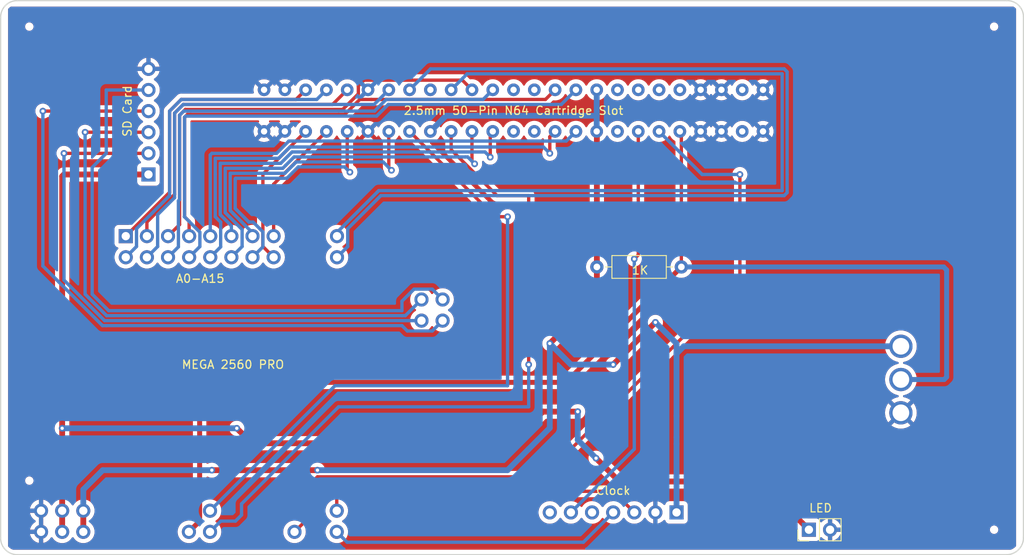
<source format=kicad_pcb>
(kicad_pcb (version 20211014) (generator pcbnew)
  (title_block (title "OPEN SOURCE CARTRIDGE READER") (date "2021-11-15") (rev "V1"))
  (layers (0 "F.Cu" signal) (31 "B.Cu" signal) (34 "B.Paste" user) (35 "F.Paste" user) (36 "B.SilkS" user "B.Silkscreen") (37 "F.SilkS" user "F.Silkscreen") (38 "B.Mask" user) (39 "F.Mask" user) (44 "Edge.Cuts" user))
  (net 0 "")
  (net 1 "D20")
  (net 2 "D21")
  (net 3 "D17")
  (net 4 "D8")
  (net 5 "D9")
  (net 6 "D7")
  (net 7 "GND")
  (net 8 "D36")
  (net 9 "D37")
  (net 10 "A14")
  (net 11 "A15")
  (net 12 "A12")
  (net 13 "A13")
  (net 14 "A10")
  (net 15 "A11")
  (net 16 "A8")
  (net 17 "A9")
  (net 18 "A6")
  (net 19 "A7")
  (net 20 "A4")
  (net 21 "A5")
  (net 22 "A2")
  (net 23 "A3")
  (net 24 "A0")
  (net 25 "A1")
  (net 26 "+3V3")
  (net 27 "+5V")
  (net 28 "D53")
  (net 29 "D52")
  (net 30 "D51")
  (net 31 "D50")
  (net 32 "CLK1")
  (footprint "" (layer "F.Cu") (at 216.57 147.09)
    (fp_text reference "" (at 0 0) (layer "F.SilkS") (effects (font (size 1.27 1.27))))
    (fp_text value "" (at 0 0) (layer "F.SilkS") (effects (font (size 1.27 1.27))))
    (pad "1" thru_hole circle (at 2.9 -0.09) (size 0 0) (drill 3.5) (layers *.Cu *.Mask) (net 7 "GND"))
  )
  (footprint "!sanni:N64 Slot" (layer "F.Cu") (at 131.68 99.1)
    (fp_text reference "J1" hide)
    (fp_text value "N64_Slot")
    (pad "1" thru_hole circle (at 0 0) (size 1.524 1.524) (drill 0.762) (layers *.Cu *.Mask) (net 7 "GND"))
    (pad "2" thru_hole circle (at 2.5 0) (size 1.524 1.524) (drill 0.762) (layers *.Cu *.Mask) (net 7 "GND"))
    (pad "3" thru_hole circle (at 5 0) (size 1.524 1.524) (drill 0.762) (layers *.Cu *.Mask) (net 11 "A15"))
    (pad "4" thru_hole circle (at 7.5 0) (size 1.524 1.524) (drill 0.762) (layers *.Cu *.Mask) (net 10 "A14"))
    (pad "5" thru_hole circle (at 10 0) (size 1.524 1.524) (drill 0.762) (layers *.Cu *.Mask) (net 13 "A13"))
    (pad "6" thru_hole circle (at 12.5 0) (size 1.524 1.524) (drill 0.762) (layers *.Cu *.Mask) (net 7 "GND"))
    (pad "7" thru_hole circle (at 15 0) (size 1.524 1.524) (drill 0.762) (layers *.Cu *.Mask) (net 12 "A12"))
    (pad "8" thru_hole circle (at 17.5 0) (size 1.524 1.524) (drill 0.762) (layers *.Cu *.Mask) (net 4 "D8"))
    (pad "9" thru_hole circle (at 20 0) (size 1.524 1.524) (drill 0.762) (layers *.Cu *.Mask) (net 26 "+3V3"))
    (pad "10" thru_hole circle (at 22.5 0) (size 1.524 1.524) (drill 0.762) (layers *.Cu *.Mask) (net 5 "D9"))
    (pad "11" thru_hole circle (at 25 0) (size 1.524 1.524) (drill 0.762) (layers *.Cu *.Mask) (net 15 "A11"))
    (pad "12" thru_hole circle (at 27.5 0) (size 1.524 1.524) (drill 0.762) (layers *.Cu *.Mask) (net 14 "A10"))
    (pad "13" thru_hole circle (at 30 0) (size 1.524 1.524) (drill 0.762) (layers *.Cu *.Mask))
    (pad "14" thru_hole circle (at 32.5 0) (size 1.524 1.524) (drill 0.762) (layers *.Cu *.Mask))
    (pad "15" thru_hole circle (at 35 0) (size 1.524 1.524) (drill 0.762) (layers *.Cu *.Mask) (net 17 "A9"))
    (pad "16" thru_hole circle (at 37.5 0) (size 1.524 1.524) (drill 0.762) (layers *.Cu *.Mask) (net 16 "A8"))
    (pad "17" thru_hole circle (at 40 0) (size 1.524 1.524) (drill 0.762) (layers *.Cu *.Mask) (net 26 "+3V3"))
    (pad "18" thru_hole circle (at 42.5 0) (size 1.524 1.524) (drill 0.762) (layers *.Cu *.Mask))
    (pad "19" thru_hole circle (at 45 0) (size 1.524 1.524) (drill 0.762) (layers *.Cu *.Mask) (net 32 "CLK1"))
    (pad "20" thru_hole circle (at 47.5 0) (size 1.524 1.524) (drill 0.762) (layers *.Cu *.Mask) (net 3 "D17"))
    (pad "21" thru_hole circle (at 50 0) (size 1.524 1.524) (drill 0.762) (layers *.Cu *.Mask) (net 6 "D7"))
    (pad "22" thru_hole circle (at 52.5 0) (size 1.524 1.524) (drill 0.762) (layers *.Cu *.Mask) (net 7 "GND"))
    (pad "23" thru_hole circle (at 55 0) (size 1.524 1.524) (drill 0.762) (layers *.Cu *.Mask) (net 7 "GND"))
    (pad "24" thru_hole circle (at 57.5 0) (size 1.524 1.524) (drill 0.762) (layers *.Cu *.Mask))
    (pad "25" thru_hole circle (at 60 0) (size 1.524 1.524) (drill 0.762) (layers *.Cu *.Mask) (net 7 "GND"))
    (pad "26" thru_hole circle (at 0 -5) (size 1.524 1.524) (drill 0.762) (layers *.Cu *.Mask) (net 7 "GND"))
    (pad "27" thru_hole circle (at 2.5 -5) (size 1.524 1.524) (drill 0.762) (layers *.Cu *.Mask) (net 7 "GND"))
    (pad "28" thru_hole circle (at 5 -5) (size 1.524 1.524) (drill 0.762) (layers *.Cu *.Mask) (net 24 "A0"))
    (pad "29" thru_hole circle (at 7.5 -5) (size 1.524 1.524) (drill 0.762) (layers *.Cu *.Mask) (net 25 "A1"))
    (pad "30" thru_hole circle (at 10 -5) (size 1.524 1.524) (drill 0.762) (layers *.Cu *.Mask) (net 22 "A2"))
    (pad "31" thru_hole circle (at 12.5 -5) (size 1.524 1.524) (drill 0.762) (layers *.Cu *.Mask) (net 7 "GND"))
    (pad "32" thru_hole circle (at 15 -5) (size 1.524 1.524) (drill 0.762) (layers *.Cu *.Mask) (net 23 "A3"))
    (pad "33" thru_hole circle (at 17.5 -5) (size 1.524 1.524) (drill 0.762) (layers *.Cu *.Mask) (net 9 "D37"))
    (pad "34" thru_hole circle (at 20 -5) (size 1.524 1.524) (drill 0.762) (layers *.Cu *.Mask) (net 26 "+3V3"))
    (pad "35" thru_hole circle (at 22.5 -5) (size 1.524 1.524) (drill 0.762) (layers *.Cu *.Mask) (net 8 "D36"))
    (pad "36" thru_hole circle (at 25 -5) (size 1.524 1.524) (drill 0.762) (layers *.Cu *.Mask) (net 20 "A4"))
    (pad "37" thru_hole circle (at 27.5 -5) (size 1.524 1.524) (drill 0.762) (layers *.Cu *.Mask) (net 21 "A5"))
    (pad "38" thru_hole circle (at 30 -5) (size 1.524 1.524) (drill 0.762) (layers *.Cu *.Mask))
    (pad "39" thru_hole circle (at 32.5 -5) (size 1.524 1.524) (drill 0.762) (layers *.Cu *.Mask))
    (pad "40" thru_hole circle (at 35 -5) (size 1.524 1.524) (drill 0.762) (layers *.Cu *.Mask) (net 18 "A6"))
    (pad "41" thru_hole circle (at 37.5 -5) (size 1.524 1.524) (drill 0.762) (layers *.Cu *.Mask) (net 19 "A7"))
    (pad "42" thru_hole circle (at 40 -5) (size 1.524 1.524) (drill 0.762) (layers *.Cu *.Mask) (net 26 "+3V3"))
    (pad "43" thru_hole circle (at 42.5 -5) (size 1.524 1.524) (drill 0.762) (layers *.Cu *.Mask))
    (pad "44" thru_hole circle (at 45 -5) (size 1.524 1.524) (drill 0.762) (layers *.Cu *.Mask))
    (pad "45" thru_hole circle (at 47.5 -5) (size 1.524 1.524) (drill 0.762) (layers *.Cu *.Mask))
    (pad "46" thru_hole circle (at 50 -5) (size 1.524 1.524) (drill 0.762) (layers *.Cu *.Mask))
    (pad "47" thru_hole circle (at 52.5 -5) (size 1.524 1.524) (drill 0.762) (layers *.Cu *.Mask) (net 7 "GND"))
    (pad "48" thru_hole circle (at 55 -5) (size 1.524 1.524) (drill 0.762) (layers *.Cu *.Mask) (net 7 "GND"))
    (pad "49" thru_hole circle (at 57.5 -5) (size 1.524 1.524) (drill 0.762) (layers *.Cu *.Mask))
    (pad "50" thru_hole circle (at 60 -5) (size 1.524 1.524) (drill 0.762) (layers *.Cu *.Mask) (net 7 "GND"))
  )
  (footprint "" (layer "F.Cu") (at 103.16 86.5)
    (fp_text reference "" (at 0 0) (layer "F.SilkS") (effects (font (size 1.27 1.27))))
    (fp_text value "" (at 0 0) (layer "F.SilkS") (effects (font (size 1.27 1.27))))
    (pad "1" thru_hole circle locked (at 0.29 0) (size 0 0) (drill 3.5) (layers *.Cu *.Mask) (net 7 "GND"))
  )
  (footprint "" (layer "F.Cu") (at 208.5 126.5)
    (fp_text reference "" (at 0 0) (layer "F.SilkS") (effects (font (size 1.27 1.27))))
    (fp_text value "" (at 0 0) (layer "F.SilkS") (effects (font (size 1.27 1.27))))
    (pad "1" thru_hole circle (at -0.24 2.44) (size 2.8 2.8) (drill 2) (layers *.Cu *.Mask) (net 6 "D7"))
  )
  (footprint "Resistor_THT:R_Axial_DIN0207_L6.3mm_D2.5mm_P10.16mm_Horizontal" (layer "F.Cu") (at 171.7 115.4)
    (fp_text reference "R1" hide)
    (fp_text value "1K")
    (fp_line (start 1.81 -1.37) (end 1.81 1.37) (layer "F.SilkS") (width 0.12))
    (fp_line (start 1.81 1.37) (end 8.35 1.37) (layer "F.SilkS") (width 0.12))
    (fp_line (start 1.04 0) (end 1.81 0) (layer "F.SilkS") (width 0.12))
    (fp_line (start 8.35 1.37) (end 8.35 -1.37) (layer "F.SilkS") (width 0.12))
    (fp_line (start 9.12 0) (end 8.35 0) (layer "F.SilkS") (width 0.12))
    (fp_line (start 8.35 -1.37) (end 1.81 -1.37) (layer "F.SilkS") (width 0.12))
    (pad "1" thru_hole circle (at 0 0) (size 1.6 1.6) (drill 0.8) (layers *.Cu *.Mask) (net 26 "+3V3"))
    (pad "2" thru_hole oval (at 10.16 0) (size 1.6 1.6) (drill 0.8) (layers *.Cu *.Mask) (net 6 "D7"))
  )
  (footprint "Connector_PinHeader_2.54mm:PinHeader_1x07_P2.54mm_Vertical" (layer "F.Cu") (at 181.28 144.92 -90)
    (fp_text reference "Clock" (at -2.62 7.62) (layer "F.SilkS"))
    (fp_text value "01x07")
    (pad "0" thru_hole oval (at 0 15.24 270) (size 1.7 1.7) (drill 1) (layers *.Cu *.Mask))
    (pad "1" thru_hole oval (at 0 12.7 270) (size 1.7 1.7) (drill 1) (layers *.Cu *.Mask) (net 32 "CLK1"))
    (pad "2" thru_hole oval (at 0 10.16 270) (size 1.7 1.7) (drill 1) (layers *.Cu *.Mask))
    (pad "GND" thru_hole oval (at 0 2.54 270) (size 1.7 1.7) (drill 1) (layers *.Cu *.Mask) (net 7 "GND"))
    (pad "SCL" thru_hole oval (at 0 7.62 270) (size 1.7 1.7) (drill 1) (layers *.Cu *.Mask) (net 2 "D21"))
    (pad "SDA" thru_hole oval (at 0 5.08 270) (size 1.7 1.7) (drill 1) (layers *.Cu *.Mask) (net 1 "D20"))
    (pad "VIN" thru_hole rect (at 0 0 270) (size 1.7 1.7) (drill 1) (layers *.Cu *.Mask) (net 26 "+3V3"))
  )
  (footprint "" (layer "F.Cu") (at 103.2 141.1)
    (fp_text reference "" (at 0 0) (layer "F.SilkS") (effects (font (size 1.27 1.27))))
    (fp_text value "" (at 0 0) (layer "F.SilkS") (effects (font (size 1.27 1.27))))
    (pad "1" thru_hole circle (at 0.25 0) (size 0 0) (drill 3.5) (layers *.Cu *.Mask) (net 7 "GND"))
  )
  (footprint "Connector_PinHeader_2.54mm:PinHeader_1x06_P2.54mm_Vertical" (layer "F.Cu") (at 117.78 104.28 180)
    (fp_text reference "SD Card" (at 2.54 7.62 90) (layer "F.SilkS"))
    (fp_text value "01x06")
    (pad "1" thru_hole rect (at 0 0 180) (size 1.7 1.7) (drill 1) (layers *.Cu *.Mask) (net 27 "+5V"))
    (pad "2" thru_hole oval (at 0 2.54 180) (size 1.7 1.7) (drill 1) (layers *.Cu *.Mask) (net 28 "D53"))
    (pad "3" thru_hole oval (at 0 5.08 180) (size 1.7 1.7) (drill 1) (layers *.Cu *.Mask) (net 30 "D51"))
    (pad "4" thru_hole oval (at 0 7.62 180) (size 1.7 1.7) (drill 1) (layers *.Cu *.Mask) (net 29 "D52"))
    (pad "5" thru_hole oval (at 0 10.16 180) (size 1.7 1.7) (drill 1) (layers *.Cu *.Mask) (net 31 "D50"))
    (pad "6" thru_hole oval (at 0 12.7 180) (size 1.7 1.7) (drill 1) (layers *.Cu *.Mask) (net 7 "GND"))
  )
  (footprint "" (layer "F.Cu") (at 216.48 86.5)
    (fp_text reference "" (at 0 0) (layer "F.SilkS") (effects (font (size 1.27 1.27))))
    (fp_text value "" (at 0 0) (layer "F.SilkS") (effects (font (size 1.27 1.27))))
    (pad "1" thru_hole circle (at 2.99 0) (size 0 0) (drill 3.5) (layers *.Cu *.Mask) (net 7 "GND"))
  )
  (footprint "" (layer "F.Cu") (at 208.5 130.5)
    (fp_text reference "" (at 0 0) (layer "F.SilkS") (effects (font (size 1.27 1.27))))
    (fp_text value "" (at 0 0) (layer "F.SilkS") (effects (font (size 1.27 1.27))))
    (pad "1" thru_hole circle (at -0.24 2.44) (size 2.8 2.8) (drill 2) (layers *.Cu *.Mask) (net 7 "GND"))
  )
  (footprint "" (layer "F.Cu") (at 208.5 122.5)
    (fp_text reference "" (at 0 0) (layer "F.SilkS") (effects (font (size 1.27 1.27))))
    (fp_text value "" (at 0 0) (layer "F.SilkS") (effects (font (size 1.27 1.27))))
    (pad "1" thru_hole circle (at -0.24 2.44) (size 2.8 2.8) (drill 2) (layers *.Cu *.Mask) (net 26 "+3V3"))
  )
  (footprint "Connector_PinHeader_2.54mm:PinHeader_1x02_P2.54mm_Vertical" (layer "F.Cu") (at 197.2 147 90)
    (fp_text reference "LED" (at 2.6 1.4) (layer "F.SilkS"))
    (fp_text value "1x02")
    (fp_line (start -1.33 0) (end -1.33 -1.33) (layer "F.SilkS") (width 0.12))
    (fp_line (start -1.33 1.27) (end 1.33 1.27) (layer "F.SilkS") (width 0.12))
    (fp_line (start 1.33 1.27) (end 1.33 3.87) (layer "F.SilkS") (width 0.12))
    (fp_line (start -1.33 -1.33) (end 0 -1.33) (layer "F.SilkS") (width 0.12))
    (fp_line (start -1.33 1.27) (end -1.33 3.87) (layer "F.SilkS") (width 0.12))
    (fp_line (start -1.33 3.87) (end 1.33 3.87) (layer "F.SilkS") (width 0.12))
    (pad "GND" thru_hole oval (at 0 2.54 90) (size 1.7 1.7) (drill 1) (layers *.Cu *.Mask) (net 7 "GND"))
    (pad "VIN" thru_hole rect (at 0 0 90) (size 1.7 1.7) (drill 1) (layers *.Cu *.Mask) (net 27 "+5V"))
  )
  (footprint "Connector_PinSocket_2.54mm:PinSocket_2x03_P2.54mm_Vertical" (layer "B.Cu") (at 150.61 116.775 180)
    (fp_text reference "J5")
    (fp_text value "MEGA SIDE")
    (pad "3" thru_hole oval (at 0 -2.54 180) (size 1.7 1.7) (drill 1) (layers *.Cu *.Mask) (net 30 "D51"))
    (pad "4" thru_hole oval (at -2.54 -2.54 180) (size 1.7 1.7) (drill 1) (layers *.Cu *.Mask) (net 31 "D50"))
    (pad "5" thru_hole oval (at 0 -5.08 180) (size 1.7 1.7) (drill 1) (layers *.Cu *.Mask) (net 28 "D53"))
    (pad "6" thru_hole oval (at -2.54 -5.08 180) (size 1.7 1.7) (drill 1) (layers *.Cu *.Mask) (net 29 "D52"))
  )
  (footprint "Connector_PinSocket_2.54mm:PinSocket_2x16_P2.54mm_Vertical" (layer "B.Cu") (at 153.15 111.695 90)
    (fp_text reference "J2")
    (fp_text value "MEGA TOP")
    (pad "11" thru_hole oval (at 0 -12.7 90) (size 1.7 1.7) (drill 1) (layers *.Cu *.Mask) (net 8 "D36"))
    (pad "12" thru_hole oval (at -2.54 -12.7 90) (size 1.7 1.7) (drill 1) (layers *.Cu *.Mask) (net 9 "D37"))
    (pad "17" thru_hole oval (at 0 -20.32 90) (size 1.7 1.7) (drill 1) (layers *.Cu *.Mask) (net 10 "A14"))
    (pad "18" thru_hole oval (at -2.54 -20.32 90) (size 1.7 1.7) (drill 1) (layers *.Cu *.Mask) (net 11 "A15"))
    (pad "19" thru_hole oval (at 0 -22.86 90) (size 1.7 1.7) (drill 1) (layers *.Cu *.Mask) (net 12 "A12"))
    (pad "20" thru_hole oval (at -2.54 -22.86 90) (size 1.7 1.7) (drill 1) (layers *.Cu *.Mask) (net 13 "A13"))
    (pad "21" thru_hole oval (at 0 -25.4 90) (size 1.7 1.7) (drill 1) (layers *.Cu *.Mask) (net 14 "A10"))
    (pad "22" thru_hole oval (at -2.54 -25.4 90) (size 1.7 1.7) (drill 1) (layers *.Cu *.Mask) (net 15 "A11"))
    (pad "23" thru_hole oval (at 0 -27.94 90) (size 1.7 1.7) (drill 1) (layers *.Cu *.Mask) (net 16 "A8"))
    (pad "24" thru_hole oval (at -2.54 -27.94 90) (size 1.7 1.7) (drill 1) (layers *.Cu *.Mask) (net 17 "A9"))
    (pad "25" thru_hole oval (at 0 -30.48 90) (size 1.7 1.7) (drill 1) (layers *.Cu *.Mask) (net 18 "A6"))
    (pad "26" thru_hole oval (at -2.54 -30.48 90) (size 1.7 1.7) (drill 1) (layers *.Cu *.Mask) (net 19 "A7"))
    (pad "27" thru_hole oval (at 0 -33.02 90) (size 1.7 1.7) (drill 1) (layers *.Cu *.Mask) (net 20 "A4"))
    (pad "28" thru_hole oval (at -2.54 -33.02 90) (size 1.7 1.7) (drill 1) (layers *.Cu *.Mask) (net 21 "A5"))
    (pad "29" thru_hole oval (at 0 -35.56 90) (size 1.7 1.7) (drill 1) (layers *.Cu *.Mask) (net 22 "A2"))
    (pad "30" thru_hole oval (at -2.54 -35.56 90) (size 1.7 1.7) (drill 1) (layers *.Cu *.Mask) (net 23 "A3"))
    (pad "31" thru_hole rect (at 0 -38.1 90) (size 1.7 1.7) (drill 1) (layers *.Cu *.Mask) (net 24 "A0"))
    (pad "32" thru_hole oval (at -2.54 -38.1 90) (size 1.7 1.7) (drill 1) (layers *.Cu *.Mask) (net 25 "A1"))
  )
  (footprint "Connector_PinSocket_2.54mm:PinSocket_2x21_P2.54mm_Vertical" (layer "B.Cu") (at 153.12125 144.715 90)
    (fp_text reference "J1")
    (fp_text value "MEGA BOTTOM")
    (pad "11" thru_hole oval (at 0 -12.7 90) (size 1.7 1.7) (drill 1) (layers *.Cu *.Mask) (net 1 "D20"))
    (pad "12" thru_hole oval (at -2.54 -12.7 90) (size 1.7 1.7) (drill 1) (layers *.Cu *.Mask) (net 2 "D21"))
    (pad "16" thru_hole oval (at -2.54 -17.78 90) (size 1.7 1.7) (drill 1) (layers *.Cu *.Mask) (net 3 "D17"))
    (pad "23" thru_hole oval (at 0 -27.94 90) (size 1.7 1.7) (drill 1) (layers *.Cu *.Mask) (net 4 "D8"))
    (pad "24" thru_hole oval (at -2.54 -27.94 90) (size 1.7 1.7) (drill 1) (layers *.Cu *.Mask) (net 5 "D9"))
    (pad "26" thru_hole oval (at -2.54 -30.48 90) (size 1.7 1.7) (drill 1) (layers *.Cu *.Mask) (net 6 "D7"))
    (pad "35" thru_hole oval (at 0 -43.18 90) (size 1.7 1.7) (drill 1) (layers *.Cu *.Mask) (net 26 "+3V3"))
    (pad "36" thru_hole oval (at -2.54 -43.18 90) (size 1.7 1.7) (drill 1) (layers *.Cu *.Mask) (net 26 "+3V3"))
    (pad "37" thru_hole oval (at 0 -45.72 90) (size 1.7 1.7) (drill 1) (layers *.Cu *.Mask) (net 27 "+5V"))
    (pad "38" thru_hole oval (at -2.54 -45.72 90) (size 1.7 1.7) (drill 1) (layers *.Cu *.Mask) (net 27 "+5V"))
    (pad "39" thru_hole oval (at 0 -48.26 90) (size 1.7 1.7) (drill 1) (layers *.Cu *.Mask) (net 7 "GND"))
    (pad "40" thru_hole oval (at -2.54 -48.26 90) (size 1.7 1.7) (drill 1) (layers *.Cu *.Mask) (net 7 "GND"))
  )
  (gr_arc (start 102 150) (mid 100.585786 149.414214) (end 100 148) (layer "Edge.Cuts") (width 0.15))
  (gr_line (start 223 147.912893) (end 223 85.287107) (layer "Edge.Cuts") (width 0.15))
  (gr_line (start 102 83.374214) (end 221 83.374214) (layer "Edge.Cuts") (width 0.15))
  (gr_arc (start 223 147.912893) (mid 222.432254 149.37066) (end 221 150) (layer "Edge.Cuts") (width 0.15))
  (gr_arc (start 221 83.374214) (mid 222.396173 83.916447) (end 223 85.287107) (layer "Edge.Cuts") (width 0.15))
  (gr_arc (start 100 85.374214) (mid 100.585786 83.96) (end 102 83.374214) (layer "Edge.Cuts") (width 0.15))
  (gr_line (start 102 150) (end 221 150) (layer "Edge.Cuts") (width 0.15))
  (gr_line (start 100 148) (end 100 85.374214) (layer "Edge.Cuts") (width 0.15))
  (gr_text "MEGA 2560 PRO" (at 127.94 127.14) (layer "F.SilkS") (effects (font (size 1 1))))
  (gr_text "1K" (at 176.9 115.8) (layer "F.SilkS") (effects (font (size 1 1))))
  (gr_text "A0-A15" (at 124 116.8) (layer "F.SilkS") (effects (font (size 1 1))))
  (gr_text "2.5mm 50-Pin N64 Cartridge Slot" (at 161.68 96.6) (layer "F.SilkS") (effects (font (size 1 1))))
  (segment (start 173.66 142.38) (end 176.2 144.92) (width 0.4) (layer "F.Cu") (net 1))
  (segment (start 140.42125 142.59875) (end 140.64 142.38) (width 0.4) (layer "F.Cu") (net 1))
  (segment (start 140.64 142.38) (end 173.66 142.38) (width 0.4) (layer "F.Cu") (net 1))
  (segment (start 140.42125 144.715) (end 140.42125 142.59875) (width 0.4) (layer "F.Cu") (net 1))
  (segment (start 140.42125 147.255) (end 141.670761 148.504511) (width 0.4) (layer "B.Cu") (net 2))
  (segment (start 170.075489 148.504511) (end 173.66 144.92) (width 0.4) (layer "B.Cu") (net 2))
  (segment (start 141.670761 148.504511) (end 170.075489 148.504511) (width 0.4) (layer "B.Cu") (net 2))
  (segment (start 165.240489 140.639511) (end 188.9 116.98) (width 0.4) (layer "F.Cu") (net 3))
  (segment (start 135.34125 147.255) (end 136.631739 145.964511) (width 0.4) (layer "F.Cu") (net 3))
  (segment (start 188.9 104.28) (end 188.9 116.98) (width 0.4) (layer "F.Cu") (net 3))
  (segment (start 136.631739 145.964511) (end 136.631739 142.107772) (width 0.4) (layer "F.Cu") (net 3))
  (segment (start 138.1 140.639511) (end 165.240489 140.639511) (width 0.4) (layer "F.Cu") (net 3))
  (segment (start 136.631739 142.107772) (end 138.1 140.639511) (width 0.4) (layer "F.Cu") (net 3))
  (via (at 188.9 104.28) (size 0.8) (drill 0.4) (layers "F.Cu" "B.Cu") (net 3))
  (segment (start 184.36 104.28) (end 188.9 104.28) (width 0.4) (layer "B.Cu") (net 3))
  (segment (start 179.18 99.1) (end 184.36 104.28) (width 0.4) (layer "B.Cu") (net 3))
  (segment (start 159.44 109.36) (end 160.96 109.36) (width 0.4) (layer "F.Cu") (net 4))
  (segment (start 149.18 99.1) (end 159.44 109.36) (width 0.4) (layer "F.Cu") (net 4))
  (via (at 160.96 109.36) (size 0.8) (drill 0.4) (layers "F.Cu" "B.Cu") (net 4))
  (segment (start 140.21625 129.68) (end 125.18125 144.715) (width 0.4) (layer "B.Cu") (net 4))
  (segment (start 160.96 129.68) (end 140.21625 129.68) (width 0.4) (layer "B.Cu") (net 4))
  (segment (start 160.96 109.36) (end 160.96 129.68) (width 0.4) (layer "B.Cu") (net 4))
  (segment (start 159.68932 106.82) (end 163.5 106.82) (width 0.4) (layer "F.Cu") (net 5))
  (segment (start 163.5 106.82) (end 163.5 127.14) (width 0.4) (layer "F.Cu") (net 5))
  (segment (start 154.18 99.1) (end 154.18 101.31068) (width 0.4) (layer "F.Cu") (net 5))
  (segment (start 154.18 101.31068) (end 159.68932 106.82) (width 0.4) (layer "F.Cu") (net 5))
  (via (at 163.5 127.14) (size 0.8) (drill 0.4) (layers "F.Cu" "B.Cu") (net 5))
  (segment (start 140.64 132.22) (end 128.970761 143.889239) (width 0.4) (layer "B.Cu") (net 5))
  (segment (start 126.471739 145.964511) (end 125.18125 147.255) (width 0.4) (layer "B.Cu") (net 5))
  (segment (start 128.970761 145.232565) (end 128.238815 145.964511) (width 0.4) (layer "B.Cu") (net 5))
  (segment (start 128.238815 145.964511) (end 126.471739 145.964511) (width 0.4) (layer "B.Cu") (net 5))
  (segment (start 163.5 132.22) (end 140.64 132.22) (width 0.4) (layer "B.Cu") (net 5))
  (segment (start 128.970761 143.889239) (end 128.970761 145.232565) (width 0.4) (layer "B.Cu") (net 5))
  (segment (start 163.5 127.14) (end 163.5 132.22) (width 0.4) (layer "B.Cu") (net 5))
  (segment (start 123.931739 145.964511) (end 123.931739 131.148261) (width 0.6) (layer "F.Cu") (net 6))
  (segment (start 181.86 115.4) (end 181.86 99.28) (width 0.4) (layer "F.Cu") (net 6))
  (segment (start 125.8 129.28) (end 167.98 129.28) (width 0.6) (layer "F.Cu") (net 6))
  (segment (start 123.931739 131.148261) (end 125.8 129.28) (width 0.6) (layer "F.Cu") (net 6))
  (segment (start 181.68 115.22) (end 181.86 115.4) (width 0.4) (layer "F.Cu") (net 6))
  (segment (start 167.98 129.28) (end 181.86 115.4) (width 0.6) (layer "F.Cu") (net 6))
  (segment (start 122.64125 147.255) (end 123.931739 145.964511) (width 0.6) (layer "F.Cu") (net 6))
  (segment (start 181.86 99.28) (end 181.68 99.1) (width 0.4) (layer "F.Cu") (net 6))
  (segment (start 213.76 128.64) (end 213.76 115.76) (width 0.6) (layer "B.Cu") (net 6))
  (segment (start 213.76 115.76) (end 213.4 115.4) (width 0.6) (layer "B.Cu") (net 6))
  (segment (start 213.76 128.64) (end 213.46 128.94) (width 0.6) (layer "B.Cu") (net 6))
  (segment (start 213.46 128.94) (end 208.26 128.94) (width 0.6) (layer "B.Cu") (net 6))
  (segment (start 213.4 115.4) (end 181.86 115.4) (width 0.6) (layer "B.Cu") (net 6))
  (segment (start 193.98 106.22048) (end 145.471671 106.22048) (width 0.4) (layer "B.Cu") (net 8))
  (segment (start 145.296075 106.396075) (end 140.45 111.242151) (width 0.4) (layer "B.Cu") (net 8))
  (segment (start 145.471671 106.22048) (end 145.296075 106.396075) (width 0.4) (layer "B.Cu") (net 8))
  (segment (start 154.18 94.1) (end 156.10048 92.17952) (width 0.4) (layer "B.Cu") (net 8))
  (segment (start 193.98 92.17952) (end 193.98 106.22048) (width 0.4) (layer "B.Cu") (net 8))
  (segment (start 140.45 111.242151) (end 140.45 111.695) (width 0.4) (layer "B.Cu") (net 8))
  (segment (start 156.10048 92.17952) (end 193.98 92.17952) (width 0.4) (layer "B.Cu") (net 8))
  (segment (start 194.228329 91.58) (end 194.57952 91.931191) (width 0.4) (layer "B.Cu") (net 9))
  (segment (start 151.7 91.58) (end 149.18 94.1) (width 0.4) (layer "B.Cu") (net 9))
  (segment (start 194.57952 91.931191) (end 194.57952 104.28) (width 0.4) (layer "B.Cu") (net 9))
  (segment (start 193.98 106.82) (end 194.228329 106.82) (width 0.4) (layer "B.Cu") (net 9))
  (segment (start 141.740489 110.799511) (end 145.72 106.82) (width 0.4) (layer "B.Cu") (net 9))
  (segment (start 194.228329 106.82) (end 194.57952 106.468809) (width 0.4) (layer "B.Cu") (net 9))
  (segment (start 194.57952 106.468809) (end 194.57952 104.28) (width 0.4) (layer "B.Cu") (net 9))
  (segment (start 141.740489 112.944511) (end 141.740489 110.799511) (width 0.4) (layer "B.Cu") (net 9))
  (segment (start 145.72 106.82) (end 193.98 106.82) (width 0.4) (layer "B.Cu") (net 9))
  (segment (start 140.45 114.235) (end 141.740489 112.944511) (width 0.4) (layer "B.Cu") (net 9))
  (segment (start 151.7 91.58) (end 194.228329 91.58) (width 0.4) (layer "B.Cu") (net 9))
  (segment (start 132.83 111.695) (end 132.83 105.45) (width 0.4) (layer "F.Cu") (net 10))
  (segment (start 132.83 105.45) (end 139.18 99.1) (width 0.4) (layer "F.Cu") (net 10))
  (segment (start 131.539511 104.240489) (end 136.68 99.1) (width 0.4) (layer "F.Cu") (net 11))
  (segment (start 132.83 114.235) (end 131.539511 112.944511) (width 0.4) (layer "F.Cu") (net 11))
  (segment (start 131.539511 112.944511) (end 131.539511 104.240489) (width 0.4) (layer "F.Cu") (net 11))
  (segment (start 147 103.773798) (end 146.68 103.453798) (width 0.4) (layer "F.Cu") (net 12))
  (segment (start 146.68 103.453798) (end 146.68 99.1) (width 0.4) (layer "F.Cu") (net 12))
  (via (at 147 103.773798) (size 0.8) (drill 0.4) (layers "F.Cu" "B.Cu") (net 12))
  (segment (start 135.157012 103.157012) (end 135.540226 102.773798) (width 0.4) (layer "B.Cu") (net 12))
  (segment (start 134 104.13808) (end 134.175945 104.138079) (width 0.4) (layer "B.Cu") (net 12))
  (segment (start 127.60808 104.13808) (end 134 104.13808) (width 0.4) (layer "B.Cu") (net 12))
  (segment (start 130.29 111.695) (end 130.29 111.29) (width 0.4) (layer "B.Cu") (net 12))
  (segment (start 135.540226 102.773798) (end 146 102.773798) (width 0.4) (layer "B.Cu") (net 12))
  (segment (start 128 109) (end 127.60808 108.60808) (width 0.4) (layer "B.Cu") (net 12))
  (segment (start 146 102.773798) (end 147 103.773798) (width 0.4) (layer "B.Cu") (net 12))
  (segment (start 127.60808 108.60808) (end 127.60808 104.13808) (width 0.4) (layer "B.Cu") (net 12))
  (segment (start 134.175945 104.138079) (end 135.157012 103.157012) (width 0.4) (layer "B.Cu") (net 12))
  (segment (start 130.29 111.29) (end 128 109) (width 0.4) (layer "B.Cu") (net 12))
  (segment (start 141.68 103.68) (end 141.68 99.1) (width 0.4) (layer "F.Cu") (net 13))
  (segment (start 142 104) (end 141.68 103.68) (width 0.4) (layer "F.Cu") (net 13))
  (via (at 142 104) (size 0.8) (drill 0.4) (layers "F.Cu" "B.Cu") (net 13))
  (segment (start 131.181038 110.818962) (end 130.362076 110) (width 0.4) (layer "B.Cu") (net 13))
  (segment (start 134.424274 104.7376) (end 135.080937 104.080937) (width 0.4) (layer "B.Cu") (net 13))
  (segment (start 141 103.373318) (end 141.373318 103.373318) (width 0.4) (layer "B.Cu") (net 13))
  (segment (start 128.2076 108.35975) (end 128.2076 105) (width 0.4) (layer "B.Cu") (net 13))
  (segment (start 129.84785 110) (end 128.423925 108.576075) (width 0.4) (layer "B.Cu") (net 13))
  (segment (start 128.2624 104.7376) (end 129 104.7376) (width 0.4) (layer "B.Cu") (net 13))
  (segment (start 131.539511 112.985489) (end 131.539511 111.177435) (width 0.4) (layer "B.Cu") (net 13))
  (segment (start 130 110) (end 129.84785 110) (width 0.4) (layer "B.Cu") (net 13))
  (segment (start 128.2076 105) (end 128.2076 104.7924) (width 0.4) (layer "B.Cu") (net 13))
  (segment (start 135.080937 104.080937) (end 135.788556 103.373318) (width 0.4) (layer "B.Cu") (net 13))
  (segment (start 128.423925 108.576075) (end 128.2076 108.35975) (width 0.4) (layer "B.Cu") (net 13))
  (segment (start 131.539511 111.177435) (end 131.181038 110.818962) (width 0.4) (layer "B.Cu") (net 13))
  (segment (start 141.373318 103.373318) (end 142 104) (width 0.4) (layer "B.Cu") (net 13))
  (segment (start 130.29 114.235) (end 131.539511 112.985489) (width 0.4) (layer "B.Cu") (net 13))
  (segment (start 128.2076 104.7924) (end 128.2624 104.7376) (width 0.4) (layer "B.Cu") (net 13))
  (segment (start 135.788556 103.373318) (end 141 103.373318) (width 0.4) (layer "B.Cu") (net 13))
  (segment (start 130.362076 110) (end 130 110) (width 0.4) (layer "B.Cu") (net 13))
  (segment (start 129 104.7376) (end 134.424274 104.7376) (width 0.4) (layer "B.Cu") (net 13))
  (segment (start 158.88 99.4) (end 159.18 99.1) (width 0.4) (layer "F.Cu") (net 14))
  (segment (start 158.88 102.2) (end 158.88 99.4) (width 0.4) (layer "F.Cu") (net 14))
  (via (at 158.88 102.2) (size 0.8) (drill 0.4) (layers "F.Cu" "B.Cu") (net 14))
  (segment (start 133.679285 102.93904) (end 135.043568 101.574758) (width 0.4) (layer "B.Cu") (net 14))
  (segment (start 127.75 111.695) (end 127.75 110.45263) (width 0.4) (layer "B.Cu") (net 14))
  (segment (start 127.75 110.45263) (end 126.40904 109.111671) (width 0.4) (layer "B.Cu") (net 14))
  (segment (start 135.043568 101.574758) (end 158.254758 101.574758) (width 0.4) (layer "B.Cu") (net 14))
  (segment (start 158.42 101.74) (end 158.88 102.2) (width 0.4) (layer "B.Cu") (net 14))
  (segment (start 126.40904 109.111671) (end 126.40904 102.93904) (width 0.4) (layer "B.Cu") (net 14))
  (segment (start 158.254758 101.574758) (end 158.42 101.74) (width 0.4) (layer "B.Cu") (net 14))
  (segment (start 133.02 102.93904) (end 133.679285 102.93904) (width 0.4) (layer "B.Cu") (net 14))
  (segment (start 126.40904 102.93904) (end 133.02 102.93904) (width 0.4) (layer "B.Cu") (net 14))
  (segment (start 157 103) (end 156.68 102.68) (width 0.4) (layer "F.Cu") (net 15))
  (segment (start 156.68 102.68) (end 156.68 99.1) (width 0.4) (layer "F.Cu") (net 15))
  (via (at 157 103) (size 0.8) (drill 0.4) (layers "F.Cu" "B.Cu") (net 15))
  (segment (start 127.00856 108.863342) (end 127.00856 103.53856) (width 0.4) (layer "B.Cu") (net 15))
  (segment (start 155.88 102.174278) (end 156.174278 102.174278) (width 0.4) (layer "B.Cu") (net 15))
  (segment (start 134.278805 103.187369) (end 135.291896 102.174278) (width 0.4) (layer "B.Cu") (net 15))
  (segment (start 129.040489 112.944511) (end 129.040489 110.89527) (width 0.4) (layer "B.Cu") (net 15))
  (segment (start 127.00856 103.53856) (end 133.927615 103.53856) (width 0.4) (layer "B.Cu") (net 15))
  (segment (start 133.927615 103.53856) (end 134.278805 103.187369) (width 0.4) (layer "B.Cu") (net 15))
  (segment (start 129.040489 110.89527) (end 127.00856 108.863342) (width 0.4) (layer "B.Cu") (net 15))
  (segment (start 156.174278 102.174278) (end 157 103) (width 0.4) (layer "B.Cu") (net 15))
  (segment (start 127.75 114.235) (end 129.040489 112.944511) (width 0.4) (layer "B.Cu") (net 15))
  (segment (start 135.291896 102.174278) (end 155.88 102.174278) (width 0.4) (layer "B.Cu") (net 15))
  (segment (start 168.018489 100.261511) (end 169.18 99.1) (width 0.4) (layer "B.Cu") (net 16))
  (segment (start 125.21 101.93) (end 125.4 101.74) (width 0.4) (layer "B.Cu") (net 16))
  (segment (start 125.4 101.74) (end 133.182626 101.74) (width 0.4) (layer "B.Cu") (net 16))
  (segment (start 125.21 111.695) (end 125.21 101.93) (width 0.4) (layer "B.Cu") (net 16))
  (segment (start 134.661115 100.261511) (end 168.018489 100.261511) (width 0.4) (layer "B.Cu") (net 16))
  (segment (start 133.182626 101.74) (end 134.661115 100.261511) (width 0.4) (layer "B.Cu") (net 16))
  (segment (start 166.04 101.74) (end 166.04 99.74) (width 0.4) (layer "F.Cu") (net 17))
  (segment (start 166.04 99.74) (end 166.68 99.1) (width 0.4) (layer "F.Cu") (net 17))
  (via (at 166.04 101.74) (size 0.8) (drill 0.4) (layers "F.Cu" "B.Cu") (net 17))
  (segment (start 133.430956 102.33952) (end 134.795238 100.975238) (width 0.4) (layer "B.Cu") (net 17))
  (segment (start 165.275238 100.975238) (end 166.04 101.74) (width 0.4) (layer "B.Cu") (net 17))
  (segment (start 133.02 102.33952) (end 133.430956 102.33952) (width 0.4) (layer "B.Cu") (net 17))
  (segment (start 126.459511 112.985489) (end 126.459511 110.009991) (width 0.4) (layer "B.Cu") (net 17))
  (segment (start 125.21 114.235) (end 126.459511 112.985489) (width 0.4) (layer "B.Cu") (net 17))
  (segment (start 125.80952 104.28) (end 125.80952 102.33952) (width 0.4) (layer "B.Cu") (net 17))
  (segment (start 134.795238 100.975238) (end 165.275238 100.975238) (width 0.4) (layer "B.Cu") (net 17))
  (segment (start 125.80952 102.33952) (end 127.94 102.33952) (width 0.4) (layer "B.Cu") (net 17))
  (segment (start 126.459511 110.009991) (end 125.80952 109.36) (width 0.4) (layer "B.Cu") (net 17))
  (segment (start 127.94 102.33952) (end 133.02 102.33952) (width 0.4) (layer "B.Cu") (net 17))
  (segment (start 125.80952 109.36) (end 125.80952 104.28) (width 0.4) (layer "B.Cu") (net 17))
  (segment (start 122.11856 97.40499) (end 122.463479 97.060071) (width 0.4) (layer "F.Cu") (net 18))
  (segment (start 122.67 111.695) (end 122.67 109.91144) (width 0.4) (layer "F.Cu") (net 18))
  (segment (start 141.387383 97.060071) (end 141.738573 96.70888) (width 0.4) (layer "F.Cu") (net 18))
  (segment (start 165.518489 95.261511) (end 153.698885 95.261511) (width 0.4) (layer "F.Cu") (net 18))
  (segment (start 122.11856 109.36) (end 122.11856 97.40499) (width 0.4) (layer "F.Cu") (net 18))
  (segment (start 122.463479 97.060071) (end 122.86 97.060071) (width 0.4) (layer "F.Cu") (net 18))
  (segment (start 153.698885 95.261511) (end 144.578489 95.261511) (width 0.4) (layer "F.Cu") (net 18))
  (segment (start 122.86 97.060071) (end 140.64 97.060071) (width 0.4) (layer "F.Cu") (net 18))
  (segment (start 166.68 94.1) (end 165.518489 95.261511) (width 0.4) (layer "F.Cu") (net 18))
  (segment (start 140.64 97.060071) (end 141.387383 97.060071) (width 0.4) (layer "F.Cu") (net 18))
  (segment (start 122.67 109.91144) (end 122.11856 109.36) (width 0.4) (layer "F.Cu") (net 18))
  (segment (start 143.185942 95.261511) (end 144.578489 95.261511) (width 0.4) (layer "F.Cu") (net 18))
  (segment (start 141.738573 96.70888) (end 143.185942 95.261511) (width 0.4) (layer "F.Cu") (net 18))
  (segment (start 122.11856 97.40499) (end 122.26403 97.25952) (width 0.4) (layer "B.Cu") (net 19))
  (segment (start 122.102076 109.36) (end 122.11856 109.343516) (width 0.4) (layer "B.Cu") (net 19))
  (segment (start 123.960489 112.944511) (end 123.960489 111.218413) (width 0.4) (layer "B.Cu") (net 19))
  (segment (start 123.960489 111.218413) (end 122.102076 109.36) (width 0.4) (layer "B.Cu") (net 19))
  (segment (start 146.614668 95.861031) (end 167.418969 95.861031) (width 0.4) (layer "B.Cu") (net 19))
  (segment (start 122.26403 97.25952) (end 145.216179 97.25952) (width 0.4) (layer "B.Cu") (net 19))
  (segment (start 145.216179 97.25952) (end 146.614668 95.861031) (width 0.4) (layer "B.Cu") (net 19))
  (segment (start 122.11856 109.343516) (end 122.11856 97.40499) (width 0.4) (layer "B.Cu") (net 19))
  (segment (start 167.418969 95.861031) (end 169.18 94.1) (width 0.4) (layer "B.Cu") (net 19))
  (segment (start 122.67 114.235) (end 123.960489 112.944511) (width 0.4) (layer "B.Cu") (net 19))
  (segment (start 141.139053 96.460551) (end 143.018489 94.581115) (width 0.4) (layer "F.Cu") (net 20))
  (segment (start 143.018489 94.581115) (end 143.018489 93.618885) (width 0.4) (layer "F.Cu") (net 20))
  (segment (start 121.51904 97.15666) (end 122.215149 96.460551) (width 0.4) (layer "F.Cu") (net 20))
  (segment (start 155.518489 92.938489) (end 156.68 94.1) (width 0.4) (layer "F.Cu") (net 20))
  (segment (start 121.51904 110.30596) (end 121.51904 97.15666) (width 0.4) (layer "F.Cu") (net 20))
  (segment (start 122.215149 96.460551) (end 141.139053 96.460551) (width 0.4) (layer "F.Cu") (net 20))
  (segment (start 143.018489 93.618885) (end 143.698885 92.938489) (width 0.4) (layer "F.Cu") (net 20))
  (segment (start 120.13 111.695) (end 121.51904 110.30596) (width 0.4) (layer "F.Cu") (net 20))
  (segment (start 143.698885 92.938489) (end 155.518489 92.938489) (width 0.4) (layer "F.Cu") (net 20))
  (segment (start 144.967849 96.66) (end 146.366338 95.261511) (width 0.4) (layer "B.Cu") (net 21))
  (segment (start 120.13 114.235) (end 121.379511 112.985489) (width 0.4) (layer "B.Cu") (net 21))
  (segment (start 146.366338 95.261511) (end 158.018489 95.261511) (width 0.4) (layer "B.Cu") (net 21))
  (segment (start 121.51904 107.316658) (end 121.51904 97.15666) (width 0.4) (layer "B.Cu") (net 21))
  (segment (start 121.379511 107.456188) (end 121.51904 107.316658) (width 0.4) (layer "B.Cu") (net 21))
  (segment (start 122.0157 96.66) (end 144.967849 96.66) (width 0.4) (layer "B.Cu") (net 21))
  (segment (start 158.018489 95.261511) (end 159.18 94.1) (width 0.4) (layer "B.Cu") (net 21))
  (segment (start 121.379511 112.985489) (end 121.379511 107.456188) (width 0.4) (layer "B.Cu") (net 21))
  (segment (start 121.51904 97.15666) (end 122.0157 96.66) (width 0.4) (layer "B.Cu") (net 21))
  (segment (start 117.59 110.00285) (end 120.91952 106.67333) (width 0.4) (layer "F.Cu") (net 22))
  (segment (start 117.59 111.695) (end 117.59 110.00285) (width 0.4) (layer "F.Cu") (net 22))
  (segment (start 120.91952 96.90833) (end 121.966819 95.861031) (width 0.4) (layer "F.Cu") (net 22))
  (segment (start 121.966819 95.861031) (end 139.918969 95.861031) (width 0.4) (layer "F.Cu") (net 22))
  (segment (start 139.918969 95.861031) (end 141.68 94.1) (width 0.4) (layer "F.Cu") (net 22))
  (segment (start 120.91952 106.67333) (end 120.91952 96.90833) (width 0.4) (layer "F.Cu") (net 22))
  (segment (start 121.966819 95.861031) (end 144.918969 95.861031) (width 0.4) (layer "B.Cu") (net 23))
  (segment (start 144.918969 95.861031) (end 146.68 94.1) (width 0.4) (layer "B.Cu") (net 23))
  (segment (start 120.91952 107.068329) (end 120.91952 96.90833) (width 0.4) (layer "B.Cu") (net 23))
  (segment (start 118.880489 109.107361) (end 120.91952 107.068329) (width 0.4) (layer "B.Cu") (net 23))
  (segment (start 118.880489 112.944511) (end 118.880489 109.107361) (width 0.4) (layer "B.Cu") (net 23))
  (segment (start 120.91952 96.90833) (end 121.966819 95.861031) (width 0.4) (layer "B.Cu") (net 23))
  (segment (start 117.59 114.235) (end 118.880489 112.944511) (width 0.4) (layer "B.Cu") (net 23))
  (segment (start 120.32 96.66) (end 120.32 106.425) (width 0.4) (layer "F.Cu") (net 24))
  (segment (start 135.518489 95.261511) (end 121.718489 95.261511) (width 0.4) (layer "F.Cu") (net 24))
  (segment (start 120.32 106.425) (end 115.05 111.695) (width 0.4) (layer "F.Cu") (net 24))
  (segment (start 121.718489 95.261511) (end 120.32 96.66) (width 0.4) (layer "F.Cu") (net 24))
  (segment (start 136.68 94.1) (end 135.518489 95.261511) (width 0.4) (layer "F.Cu") (net 24))
  (segment (start 116.340489 110.799511) (end 116.340489 112.944511) (width 0.4) (layer "B.Cu") (net 25))
  (segment (start 139.18 94.1) (end 138.018489 95.261511) (width 0.4) (layer "B.Cu") (net 25))
  (segment (start 120.32 96.66) (end 120.32 106.82) (width 0.4) (layer "B.Cu") (net 25))
  (segment (start 138.018489 95.261511) (end 121.718489 95.261511) (width 0.4) (layer "B.Cu") (net 25))
  (segment (start 116.340489 112.944511) (end 115.05 114.235) (width 0.4) (layer "B.Cu") (net 25))
  (segment (start 120.32 106.82) (end 116.340489 110.799511) (width 0.4) (layer "B.Cu") (net 25))
  (segment (start 121.718489 95.261511) (end 120.32 96.66) (width 0.4) (layer "B.Cu") (net 25))
  (segment (start 171.7 118.94) (end 171.7 115.4) (width 0.7) (layer "F.Cu") (net 26))
  (segment (start 171.72 99.14) (end 171.68 99.1) (width 0.7) (layer "F.Cu") (net 26))
  (segment (start 138.1 139.84) (end 125.4 139.84) (width 0.7) (layer "F.Cu") (net 26))
  (segment (start 166.04 124.6) (end 171.7 118.94) (width 0.7) (layer "F.Cu") (net 26))
  (segment (start 109.94125 144.715) (end 109.94125 147.255) (width 0.7) (layer "F.Cu") (net 26))
  (segment (start 178.74 122.06) (end 173.66 127.14) (width 0.7) (layer "F.Cu") (net 26))
  (segment (start 171.7 99.12) (end 171.68 99.1) (width 0.7) (layer "F.Cu") (net 26))
  (segment (start 171.7 115.4) (end 171.7 99.12) (width 0.7) (layer "F.Cu") (net 26))
  (via (at 138.1 139.84) (size 0.8) (drill 0.4) (layers "F.Cu" "B.Cu") (net 26))
  (via (at 125.4 139.84) (size 0.8) (drill 0.4) (layers "F.Cu" "B.Cu") (net 26))
  (via (at 173.66 127.14) (size 0.8) (drill 0.4) (layers "F.Cu" "B.Cu") (net 26))
  (via (at 178.74 122.06) (size 0.8) (drill 0.4) (layers "F.Cu" "B.Cu") (net 26))
  (via (at 166.04 124.6) (size 0.8) (drill 0.4) (layers "F.Cu" "B.Cu") (net 26))
  (segment (start 181.28 135.88) (end 181.28 136.68) (width 0.7) (layer "B.Cu") (net 26))
  (segment (start 178.74 122.06) (end 181.28 124.6) (width 0.7) (layer "B.Cu") (net 26))
  (segment (start 181.28 133.32) (end 181.28 135.88) (width 0.7) (layer "B.Cu") (net 26))
  (segment (start 163.5 137.3) (end 160.96 139.84) (width 0.7) (layer "B.Cu") (net 26))
  (segment (start 171.68 97.22) (end 171.68 99.1) (width 0.7) (layer "B.Cu") (net 26))
  (segment (start 171.68 94.1) (end 171.68 97.22) (width 0.7) (layer "B.Cu") (net 26))
  (segment (start 182.16 124.94) (end 208.26 124.94) (width 0.7) (layer "B.Cu") (net 26))
  (segment (start 181.28 140.68) (end 181.28 144.92) (width 0.7) (layer "B.Cu") (net 26))
  (segment (start 181.28 125.82) (end 182.16 124.94) (width 0.7) (layer "B.Cu") (net 26))
  (segment (start 109.94125 142.175) (end 112.27625 139.84) (width 0.7) (layer "B.Cu") (net 26))
  (segment (start 166.04 134.76) (end 163.5 137.3) (width 0.7) (layer "B.Cu") (net 26))
  (segment (start 166.04 124.6) (end 166.04 134.76) (width 0.7) (layer "B.Cu") (net 26))
  (segment (start 181.28 124.6) (end 181.28 125.82) (width 0.7) (layer "B.Cu") (net 26))
  (segment (start 153.56 97.22) (end 171.68 97.22) (width 0.7) (layer "B.Cu") (net 26))
  (segment (start 125.4 139.84) (end 112.27625 139.84) (width 0.7) (layer "B.Cu") (net 26))
  (segment (start 151.68 99.1) (end 153.56 97.22) (width 0.7) (layer "B.Cu") (net 26))
  (segment (start 160.96 139.84) (end 138.1 139.84) (width 0.7) (layer "B.Cu") (net 26))
  (segment (start 181.28 136.68) (end 181.28 140.68) (width 0.7) (layer "B.Cu") (net 26))
  (segment (start 173.66 127.14) (end 168.58 127.14) (width 0.7) (layer "B.Cu") (net 26))
  (segment (start 168.58 127.14) (end 166.04 124.6) (width 0.7) (layer "B.Cu") (net 26))
  (segment (start 181.28 125.82) (end 181.28 133.32) (width 0.7) (layer "B.Cu") (net 26))
  (segment (start 109.94125 144.715) (end 109.94125 142.175) (width 0.7) (layer "B.Cu") (net 26))
  (segment (start 107.40125 144.715) (end 107.40125 104.49875) (width 0.7) (layer "F.Cu") (net 27))
  (segment (start 161.4 136.6) (end 130.2 136.6) (width 0.7) (layer "F.Cu") (net 27))
  (segment (start 107.40125 104.49875) (end 107.62 104.28) (width 0.7) (layer "F.Cu") (net 27))
  (segment (start 117.78 104.28) (end 107.62 104.28) (width 0.7) (layer "F.Cu") (net 27))
  (segment (start 107.40125 147.255) (end 107.40125 144.715) (width 0.7) (layer "F.Cu") (net 27))
  (segment (start 171.6 138.4) (end 174.4 141.2) (width 0.7) (layer "F.Cu") (net 27))
  (segment (start 165.2 132.8) (end 161.4 136.6) (width 0.7) (layer "F.Cu") (net 27))
  (segment (start 130.2 136.6) (end 128.4 134.8) (width 0.7) (layer "F.Cu") (net 27))
  (segment (start 169.4 132.8) (end 165.2 132.8) (width 0.7) (layer "F.Cu") (net 27))
  (segment (start 191.4 141.2) (end 197.2 147) (width 0.7) (layer "F.Cu") (net 27))
  (segment (start 174.4 141.2) (end 191.4 141.2) (width 0.7) (layer "F.Cu") (net 27))
  (via (at 107.4 134.8) (size 0.8) (drill 0.4) (layers "F.Cu" "B.Cu") (net 27))
  (via (at 128.4 134.8) (size 0.8) (drill 0.4) (layers "F.Cu" "B.Cu") (net 27))
  (via (at 171.6 138.4) (size 0.8) (drill 0.4) (layers "F.Cu" "B.Cu") (net 27))
  (via (at 169.4 132.8) (size 0.8) (drill 0.4) (layers "F.Cu" "B.Cu") (net 27))
  (segment (start 169.4 136.2) (end 169.4 132.8) (width 0.7) (layer "B.Cu") (net 27))
  (segment (start 128.4 134.8) (end 107.4 134.8) (width 0.7) (layer "B.Cu") (net 27))
  (segment (start 171.6 138.4) (end 169.4 136.2) (width 0.7) (layer "B.Cu") (net 27))
  (segment (start 107.62 101.74) (end 117.78 101.74) (width 0.4) (layer "F.Cu") (net 28))
  (via (at 107.62 101.74) (size 0.8) (drill 0.4) (layers "F.Cu" "B.Cu") (net 28))
  (segment (start 107.62 116.98) (end 107.62 101.74) (width 0.4) (layer "B.Cu") (net 28))
  (segment (start 112.495 121.855) (end 107.62 116.98) (width 0.4) (layer "B.Cu") (net 28))
  (segment (start 150.61 121.855) (end 112.495 121.855) (width 0.4) (layer "B.Cu") (net 28))
  (segment (start 105.08 96.66) (end 117.78 96.66) (width 0.4) (layer "F.Cu") (net 29))
  (via (at 105.08 96.66) (size 0.8) (drill 0.4) (layers "F.Cu" "B.Cu") (net 29))
  (segment (start 151.900489 123.104511) (end 148.909991 123.104511) (width 0.4) (layer "B.Cu") (net 29))
  (segment (start 112.7 122.45452) (end 112.246671 122.45452) (width 0.4) (layer "B.Cu") (net 29))
  (segment (start 112.246671 122.45452) (end 107.02048 117.228329) (width 0.4) (layer "B.Cu") (net 29))
  (segment (start 148.26 122.45452) (end 112.7 122.45452) (width 0.4) (layer "B.Cu") (net 29))
  (segment (start 148.909991 123.104511) (end 148.26 122.45452) (width 0.4) (layer "B.Cu") (net 29))
  (segment (start 105.08 114.44) (end 105.08 96.66) (width 0.4) (layer "B.Cu") (net 29))
  (segment (start 105.08 115.287849) (end 105.08 114.44) (width 0.4) (layer "B.Cu") (net 29))
  (segment (start 107.02048 117.228329) (end 105.08 115.287849) (width 0.4) (layer "B.Cu") (net 29))
  (segment (start 153.15 121.855) (end 151.900489 123.104511) (width 0.4) (layer "B.Cu") (net 29))
  (segment (start 110.16 99.2) (end 117.78 99.2) (width 0.4) (layer "F.Cu") (net 30))
  (via (at 110.16 99.2) (size 0.8) (drill 0.4) (layers "F.Cu" "B.Cu") (net 30))
  (segment (start 148.26 121.25548) (end 115.24 121.25548) (width 0.4) (layer "B.Cu") (net 30))
  (segment (start 110.583925 119.096075) (end 110.16 118.67215) (width 0.4) (layer "B.Cu") (net 30))
  (segment (start 110.16 118.67215) (end 110.16 99.2) (width 0.4) (layer "B.Cu") (net 30))
  (segment (start 112.74333 121.25548) (end 110.583925 119.096075) (width 0.4) (layer "B.Cu") (net 30))
  (segment (start 150.61 119.315) (end 148.66952 121.25548) (width 0.4) (layer "B.Cu") (net 30))
  (segment (start 148.66952 121.25548) (end 148.26 121.25548) (width 0.4) (layer "B.Cu") (net 30))
  (segment (start 115.24 121.25548) (end 112.74333 121.25548) (width 0.4) (layer "B.Cu") (net 30))
  (segment (start 112.7 101.74) (end 112.7 94.12) (width 0.4) (layer "B.Cu") (net 31))
  (segment (start 112.7 94.12) (end 117.78 94.12) (width 0.4) (layer "B.Cu") (net 31))
  (segment (start 149.714511 118.065489) (end 148.26 119.52) (width 0.4) (layer "B.Cu") (net 31))
  (segment (start 111.00785 118.67215) (end 111.00785 103.43215) (width 0.4) (layer "B.Cu") (net 31))
  (segment (start 148.26 119.52) (end 148.26 120.65596) (width 0.4) (layer "B.Cu") (net 31))
  (segment (start 153.15 119.315) (end 151.900489 118.065489) (width 0.4) (layer "B.Cu") (net 31))
  (segment (start 112.99166 120.65596) (end 111.00785 118.67215) (width 0.4) (layer "B.Cu") (net 31))
  (segment (start 111.00785 103.43215) (end 112.7 101.74) (width 0.4) (layer "B.Cu") (net 31))
  (segment (start 151.900489 118.065489) (end 149.714511 118.065489) (width 0.4) (layer "B.Cu") (net 31))
  (segment (start 148.26 120.65596) (end 112.99166 120.65596) (width 0.4) (layer "B.Cu") (net 31))
  (segment (start 176.68 113.96) (end 176.2 114.44) (width 0.4) (layer "F.Cu") (net 32))
  (segment (start 176.68 99.1) (end 176.68 113.96) (width 0.4) (layer "F.Cu") (net 32))
  (via (at 176.2 114.44) (size 0.8) (drill 0.4) (layers "F.Cu" "B.Cu") (net 32))
  (segment (start 176.2 114.44) (end 176.2 137.3) (width 0.4) (layer "B.Cu") (net 32))
  (segment (start 176.2 137.3) (end 168.58 144.92) (width 0.4) (layer "B.Cu") (net 32))
  (zone (net 7) (net_name "GND") (layer "F.Cu") (connect_pads (clearance 0.508)) (min_thickness 0.254) (fill yes (thermal_gap 0.508) (thermal_bridge_width 0.508))
    (polygon (pts (xy 222.11 149.4) (xy 100.9 149.4) (xy 100.9 84.1) (xy 222.11 84.1)))
  )
  (zone (net 7) (net_name "GND") (layer "B.Cu") (connect_pads (clearance 0.508)) (min_thickness 0.254) (fill yes (thermal_gap 0.508) (thermal_bridge_width 0.508))
    (polygon (pts (xy 222.11 149.4) (xy 100.9 149.4) (xy 100.9 84.1) (xy 222.11 84.1)))
  )
)
</source>
